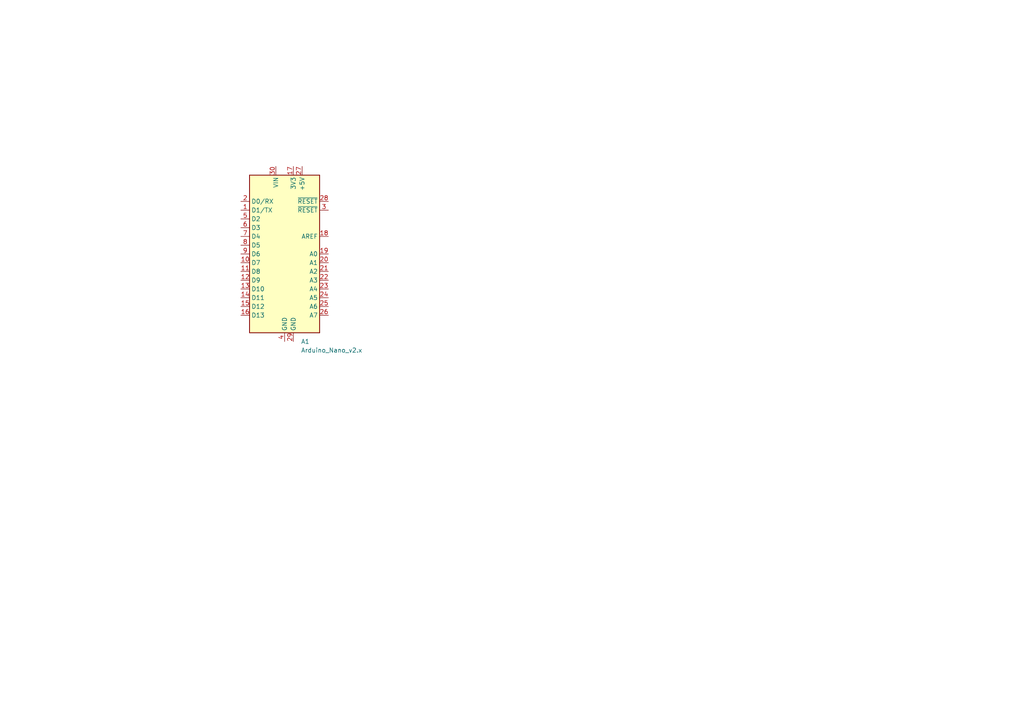
<source format=kicad_sch>
(kicad_sch (version 20230121) (generator eeschema)
  (paper "A4")
  (lib_symbols
    (symbol "MCU_Module:Arduino_Nano_v2.x"
      (property "Reference" "A" (at -10.16 23.495 0))
      (property "Value" "Arduino_Nano_v2.x" (at 5.08 -24.13 0))
      (symbol "Arduino_Nano_v2.x_0_1"
        (rectangle (start -10.16 22.86) (end 10.16 -22.86) (stroke (width 0.254)) (fill (type background)))
      )
      (symbol "Arduino_Nano_v2.x_1_1"
        (pin bidirectional line (at -12.7 12.7 0) (length 2.54) (name "D1/TX") (number "1"))
        (pin bidirectional line (at -12.7 -2.54 0) (length 2.54) (name "D7") (number "10"))
        (pin bidirectional line (at -12.7 -5.08 0) (length 2.54) (name "D8") (number "11"))
        (pin bidirectional line (at -12.7 -7.62 0) (length 2.54) (name "D9") (number "12"))
        (pin bidirectional line (at -12.7 -10.16 0) (length 2.54) (name "D10") (number "13"))
        (pin bidirectional line (at -12.7 -12.7 0) (length 2.54) (name "D11") (number "14"))
        (pin bidirectional line (at -12.7 -15.24 0) (length 2.54) (name "D12") (number "15"))
        (pin bidirectional line (at -12.7 -17.78 0) (length 2.54) (name "D13") (number "16"))
        (pin power_out line (at 2.54 25.4 270) (length 2.54) (name "3V3") (number "17"))
        (pin input line (at 12.7 5.08 180) (length 2.54) (name "AREF") (number "18"))
        (pin bidirectional line (at 12.7 0 180) (length 2.54) (name "A0") (number "19"))
        (pin bidirectional line (at -12.7 15.24 0) (length 2.54) (name "D0/RX") (number "2"))
        (pin bidirectional line (at 12.7 -2.54 180) (length 2.54) (name "A1") (number "20"))
        (pin bidirectional line (at 12.7 -5.08 180) (length 2.54) (name "A2") (number "21"))
        (pin bidirectional line (at 12.7 -7.62 180) (length 2.54) (name "A3") (number "22"))
        (pin bidirectional line (at 12.7 -10.16 180) (length 2.54) (name "A4") (number "23"))
        (pin bidirectional line (at 12.7 -12.7 180) (length 2.54) (name "A5") (number "24"))
        (pin bidirectional line (at 12.7 -15.24 180) (length 2.54) (name "A6") (number "25"))
        (pin bidirectional line (at 12.7 -17.78 180) (length 2.54) (name "A7") (number "26"))
        (pin power_out line (at 5.08 25.4 270) (length 2.54) (name "+5V") (number "27"))
        (pin input line (at 12.7 15.24 180) (length 2.54) (name "~{RESET}") (number "28"))
        (pin power_in line (at 2.54 -25.4 90) (length 2.54) (name "GND") (number "29"))
        (pin input line (at 12.7 12.7 180) (length 2.54) (name "~{RESET}") (number "3"))
        (pin power_in line (at -2.54 25.4 270) (length 2.54) (name "VIN") (number "30"))
        (pin power_in line (at 0 -25.4 90) (length 2.54) (name "GND") (number "4"))
        (pin bidirectional line (at -12.7 10.16 0) (length 2.54) (name "D2") (number "5"))
        (pin bidirectional line (at -12.7 7.62 0) (length 2.54) (name "D3") (number "6"))
        (pin bidirectional line (at -12.7 5.08 0) (length 2.54) (name "D4") (number "7"))
        (pin bidirectional line (at -12.7 2.54 0) (length 2.54) (name "D5") (number "8"))
        (pin bidirectional line (at -12.7 0 0) (length 2.54) (name "D6") (number "9"))
      )
    )
  )
  (symbol (lib_id "MCU_Module:Arduino_Nano_v2.x") (at 82.55 73.66 0) (unit 1)
    (property "Reference" "A1" (at 87.2841 99.06 0) (effects (justify left)))
    (property "Value" "Arduino_Nano_v2.x" (at 87.2841 101.6 0) (effects (justify left)))
    (property "Footprint" "Module:Arduino_Nano" (effects hide))
    (property "Datasheet" "https://www.arduino.cc/en/uploads/Main/ArduinoNanoManual23.pdf" (effects hide))
  )
)
</source>
